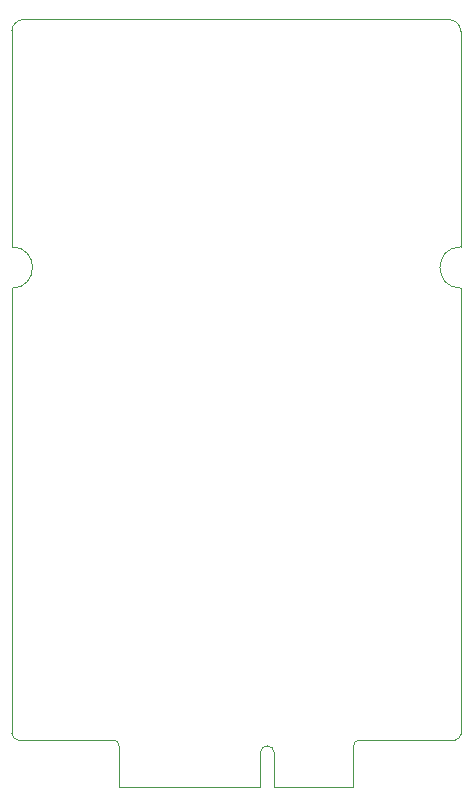
<source format=gbr>
%TF.GenerationSoftware,KiCad,Pcbnew,7.0.6*%
%TF.CreationDate,2023-08-17T07:35:18+09:30*%
%TF.ProjectId,spe-sink,7370652d-7369-46e6-9b2e-6b696361645f,V1.0*%
%TF.SameCoordinates,Original*%
%TF.FileFunction,Profile,NP*%
%FSLAX46Y46*%
G04 Gerber Fmt 4.6, Leading zero omitted, Abs format (unit mm)*
G04 Created by KiCad (PCBNEW 7.0.6) date 2023-08-17 07:35:18*
%MOMM*%
%LPD*%
G01*
G04 APERTURE LIST*
%TA.AperFunction,Profile*%
%ADD10C,0.100000*%
%TD*%
G04 APERTURE END LIST*
D10*
X101000000Y-39000000D02*
G75*
G03*
X100000000Y-40000000I0J-1000000D01*
G01*
X122225000Y-104000000D02*
X122225000Y-101100000D01*
X100000000Y-99450000D02*
G75*
G03*
X100550000Y-100000000I550000J0D01*
G01*
X129425000Y-100000000D02*
X137500000Y-100000000D01*
X109075000Y-104000000D02*
X109075000Y-100500000D01*
X129425000Y-100000000D02*
G75*
G03*
X128925000Y-100500000I0J-500000D01*
G01*
X101000000Y-39000000D02*
X137000000Y-39000000D01*
X138000000Y-58250000D02*
X138000000Y-40000000D01*
X138000000Y-61750000D02*
X138000000Y-99500000D01*
X100000000Y-61750000D02*
X100000000Y-99450000D01*
X137500000Y-100000000D02*
G75*
G03*
X138000000Y-99500000I0J500000D01*
G01*
X128925000Y-104000000D02*
X128925000Y-100500000D01*
X108575000Y-100000000D02*
X100550000Y-100000000D01*
X122225000Y-101100000D02*
G75*
G03*
X121025000Y-101100000I-600000J0D01*
G01*
X138000000Y-58250000D02*
G75*
G03*
X138000000Y-61750000I0J-1750000D01*
G01*
X122225000Y-104000000D02*
X128925000Y-104000000D01*
X100000000Y-58250000D02*
X100000000Y-40000000D01*
X109075000Y-100500000D02*
G75*
G03*
X108575000Y-100000000I-500000J0D01*
G01*
X121025000Y-101100000D02*
X121025000Y-104000000D01*
X121025000Y-104000000D02*
X109075000Y-104000000D01*
X138000000Y-40000000D02*
G75*
G03*
X137000000Y-39000000I-1000000J0D01*
G01*
X100000000Y-61750000D02*
G75*
G03*
X100000000Y-58250000I0J1750000D01*
G01*
M02*

</source>
